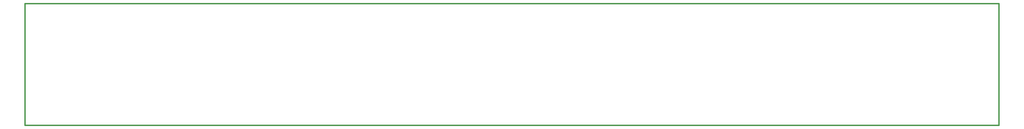
<source format=gbr>
G04 (created by PCBNEW-RS274X (2011-aug-04)-testing) date Tue 12 Feb 2013 05:10:59 PM PST*
G01*
G70*
G90*
%MOIN*%
G04 Gerber Fmt 3.4, Leading zero omitted, Abs format*
%FSLAX34Y34*%
G04 APERTURE LIST*
%ADD10C,0.006000*%
%ADD11C,0.015000*%
G04 APERTURE END LIST*
G54D10*
G54D11*
X10000Y-10000D02*
X130000Y-10000D01*
X10000Y-25000D02*
X130000Y-25000D01*
X130000Y-10000D02*
X130000Y-25000D01*
X10000Y-10000D02*
X10000Y-25000D01*
M02*

</source>
